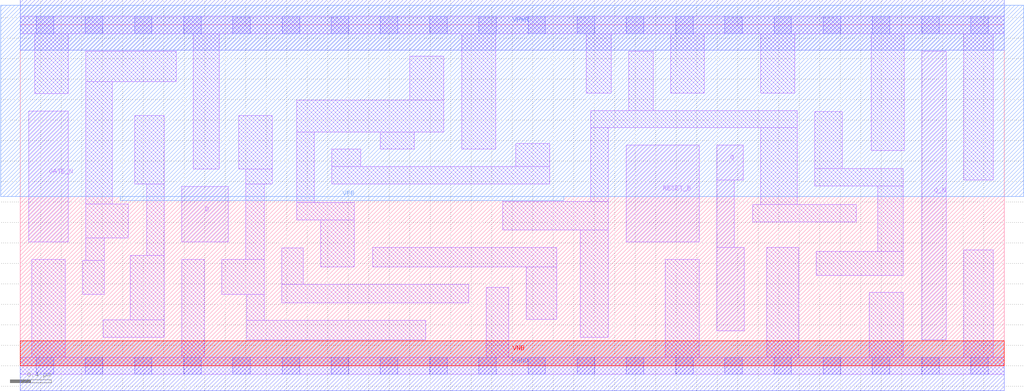
<source format=lef>
# Copyright 2020 The SkyWater PDK Authors
#
# Licensed under the Apache License, Version 2.0 (the "License");
# you may not use this file except in compliance with the License.
# You may obtain a copy of the License at
#
#     https://www.apache.org/licenses/LICENSE-2.0
#
# Unless required by applicable law or agreed to in writing, software
# distributed under the License is distributed on an "AS IS" BASIS,
# WITHOUT WARRANTIES OR CONDITIONS OF ANY KIND, either express or implied.
# See the License for the specific language governing permissions and
# limitations under the License.
#
# SPDX-License-Identifier: Apache-2.0

VERSION 5.7 ;
  NOWIREEXTENSIONATPIN ON ;
  DIVIDERCHAR "/" ;
  BUSBITCHARS "[]" ;
MACRO sky130_fd_sc_lp__dlrbn_2
  CLASS CORE ;
  FOREIGN sky130_fd_sc_lp__dlrbn_2 ;
  ORIGIN  0.000000  0.000000 ;
  SIZE  9.600000 BY  3.330000 ;
  SYMMETRY X Y R90 ;
  SITE unit ;
  PIN D
    ANTENNAGATEAREA  0.159000 ;
    DIRECTION INPUT ;
    USE SIGNAL ;
    PORT
      LAYER li1 ;
        RECT 1.575000 1.210000 2.030000 1.750000 ;
    END
  END D
  PIN Q
    ANTENNADIFFAREA  0.588000 ;
    DIRECTION OUTPUT ;
    USE SIGNAL ;
    PORT
      LAYER li1 ;
        RECT 6.795000 0.340000 7.065000 1.155000 ;
        RECT 6.795000 1.155000 6.965000 1.815000 ;
        RECT 6.795000 1.815000 7.055000 2.155000 ;
    END
  END Q
  PIN Q_N
    ANTENNADIFFAREA  0.588000 ;
    DIRECTION OUTPUT ;
    USE SIGNAL ;
    PORT
      LAYER li1 ;
        RECT 8.795000 0.255000 9.035000 3.075000 ;
    END
  END Q_N
  PIN RESET_B
    ANTENNAGATEAREA  0.315000 ;
    DIRECTION INPUT ;
    USE SIGNAL ;
    PORT
      LAYER li1 ;
        RECT 5.915000 1.210000 6.625000 2.155000 ;
    END
  END RESET_B
  PIN GATE_N
    ANTENNAGATEAREA  0.159000 ;
    DIRECTION INPUT ;
    USE CLOCK ;
    PORT
      LAYER li1 ;
        RECT 0.085000 1.210000 0.470000 2.490000 ;
    END
  END GATE_N
  PIN VGND
    DIRECTION INOUT ;
    USE GROUND ;
    PORT
      LAYER met1 ;
        RECT 0.000000 -0.245000 9.600000 0.245000 ;
    END
  END VGND
  PIN VNB
    DIRECTION INOUT ;
    USE GROUND ;
    PORT
      LAYER pwell ;
        RECT 0.000000 0.000000 9.600000 0.245000 ;
    END
  END VNB
  PIN VPB
    DIRECTION INOUT ;
    USE POWER ;
    PORT
      LAYER nwell ;
        RECT -0.190000 1.655000 9.790000 3.520000 ;
        RECT  0.975000 1.615000 5.305000 1.655000 ;
    END
  END VPB
  PIN VPWR
    DIRECTION INOUT ;
    USE POWER ;
    PORT
      LAYER met1 ;
        RECT 0.000000 3.085000 9.600000 3.575000 ;
    END
  END VPWR
  OBS
    LAYER li1 ;
      RECT 0.000000 -0.085000 9.600000 0.085000 ;
      RECT 0.000000  3.245000 9.600000 3.415000 ;
      RECT 0.110000  0.085000 0.440000 1.040000 ;
      RECT 0.140000  2.660000 0.470000 3.245000 ;
      RECT 0.610000  0.700000 0.820000 1.030000 ;
      RECT 0.640000  1.030000 0.820000 1.250000 ;
      RECT 0.640000  1.250000 1.055000 1.580000 ;
      RECT 0.640000  1.580000 0.900000 2.775000 ;
      RECT 0.640000  2.775000 1.520000 3.075000 ;
      RECT 0.810000  0.280000 1.405000 0.450000 ;
      RECT 1.075000  0.450000 1.405000 1.080000 ;
      RECT 1.115000  1.775000 1.405000 2.445000 ;
      RECT 1.235000  1.080000 1.405000 1.775000 ;
      RECT 1.575000  0.085000 1.795000 1.040000 ;
      RECT 1.690000  1.920000 1.940000 3.245000 ;
      RECT 1.965000  0.700000 2.380000 1.040000 ;
      RECT 2.130000  1.920000 2.460000 2.445000 ;
      RECT 2.200000  1.040000 2.380000 1.775000 ;
      RECT 2.200000  1.775000 2.460000 1.920000 ;
      RECT 2.210000  0.255000 3.955000 0.445000 ;
      RECT 2.210000  0.445000 2.380000 0.700000 ;
      RECT 2.550000  0.615000 4.375000 0.795000 ;
      RECT 2.550000  0.795000 2.760000 1.150000 ;
      RECT 2.700000  1.425000 3.260000 1.595000 ;
      RECT 2.700000  1.595000 2.870000 2.285000 ;
      RECT 2.700000  2.285000 4.130000 2.595000 ;
      RECT 2.930000  0.965000 3.260000 1.425000 ;
      RECT 3.040000  1.775000 5.165000 1.945000 ;
      RECT 3.040000  1.945000 3.320000 2.115000 ;
      RECT 3.440000  0.965000 5.235000 1.155000 ;
      RECT 3.515000  2.115000 3.845000 2.285000 ;
      RECT 3.800000  2.595000 4.130000 3.025000 ;
      RECT 4.310000  2.115000 4.640000 3.245000 ;
      RECT 4.545000  0.085000 4.765000 0.765000 ;
      RECT 4.710000  1.325000 5.735000 1.605000 ;
      RECT 4.835000  1.945000 5.165000 2.170000 ;
      RECT 4.935000  0.455000 5.235000 0.965000 ;
      RECT 5.465000  0.280000 5.735000 1.325000 ;
      RECT 5.525000  2.665000 5.765000 3.245000 ;
      RECT 5.565000  1.605000 5.735000 2.325000 ;
      RECT 5.565000  2.325000 7.580000 2.495000 ;
      RECT 5.935000  2.495000 6.175000 3.075000 ;
      RECT 6.295000  0.085000 6.625000 1.040000 ;
      RECT 6.345000  2.665000 6.675000 3.245000 ;
      RECT 7.145000  1.405000 8.155000 1.575000 ;
      RECT 7.225000  1.575000 7.580000 2.325000 ;
      RECT 7.225000  2.665000 7.555000 3.245000 ;
      RECT 7.285000  0.085000 7.595000 1.155000 ;
      RECT 7.750000  1.755000 8.615000 1.925000 ;
      RECT 7.750000  1.925000 8.020000 2.485000 ;
      RECT 7.765000  0.885000 8.615000 1.115000 ;
      RECT 8.285000  0.085000 8.615000 0.715000 ;
      RECT 8.305000  2.105000 8.625000 3.245000 ;
      RECT 8.365000  1.115000 8.615000 1.755000 ;
      RECT 9.205000  0.085000 9.495000 1.130000 ;
      RECT 9.205000  1.815000 9.495000 3.245000 ;
    LAYER mcon ;
      RECT 0.155000 -0.085000 0.325000 0.085000 ;
      RECT 0.155000  3.245000 0.325000 3.415000 ;
      RECT 0.635000 -0.085000 0.805000 0.085000 ;
      RECT 0.635000  3.245000 0.805000 3.415000 ;
      RECT 1.115000 -0.085000 1.285000 0.085000 ;
      RECT 1.115000  3.245000 1.285000 3.415000 ;
      RECT 1.595000 -0.085000 1.765000 0.085000 ;
      RECT 1.595000  3.245000 1.765000 3.415000 ;
      RECT 2.075000 -0.085000 2.245000 0.085000 ;
      RECT 2.075000  3.245000 2.245000 3.415000 ;
      RECT 2.555000 -0.085000 2.725000 0.085000 ;
      RECT 2.555000  3.245000 2.725000 3.415000 ;
      RECT 3.035000 -0.085000 3.205000 0.085000 ;
      RECT 3.035000  3.245000 3.205000 3.415000 ;
      RECT 3.515000 -0.085000 3.685000 0.085000 ;
      RECT 3.515000  3.245000 3.685000 3.415000 ;
      RECT 3.995000 -0.085000 4.165000 0.085000 ;
      RECT 3.995000  3.245000 4.165000 3.415000 ;
      RECT 4.475000 -0.085000 4.645000 0.085000 ;
      RECT 4.475000  3.245000 4.645000 3.415000 ;
      RECT 4.955000 -0.085000 5.125000 0.085000 ;
      RECT 4.955000  3.245000 5.125000 3.415000 ;
      RECT 5.435000 -0.085000 5.605000 0.085000 ;
      RECT 5.435000  3.245000 5.605000 3.415000 ;
      RECT 5.915000 -0.085000 6.085000 0.085000 ;
      RECT 5.915000  3.245000 6.085000 3.415000 ;
      RECT 6.395000 -0.085000 6.565000 0.085000 ;
      RECT 6.395000  3.245000 6.565000 3.415000 ;
      RECT 6.875000 -0.085000 7.045000 0.085000 ;
      RECT 6.875000  3.245000 7.045000 3.415000 ;
      RECT 7.355000 -0.085000 7.525000 0.085000 ;
      RECT 7.355000  3.245000 7.525000 3.415000 ;
      RECT 7.835000 -0.085000 8.005000 0.085000 ;
      RECT 7.835000  3.245000 8.005000 3.415000 ;
      RECT 8.315000 -0.085000 8.485000 0.085000 ;
      RECT 8.315000  3.245000 8.485000 3.415000 ;
      RECT 8.795000 -0.085000 8.965000 0.085000 ;
      RECT 8.795000  3.245000 8.965000 3.415000 ;
      RECT 9.275000 -0.085000 9.445000 0.085000 ;
      RECT 9.275000  3.245000 9.445000 3.415000 ;
  END
END sky130_fd_sc_lp__dlrbn_2
END LIBRARY

</source>
